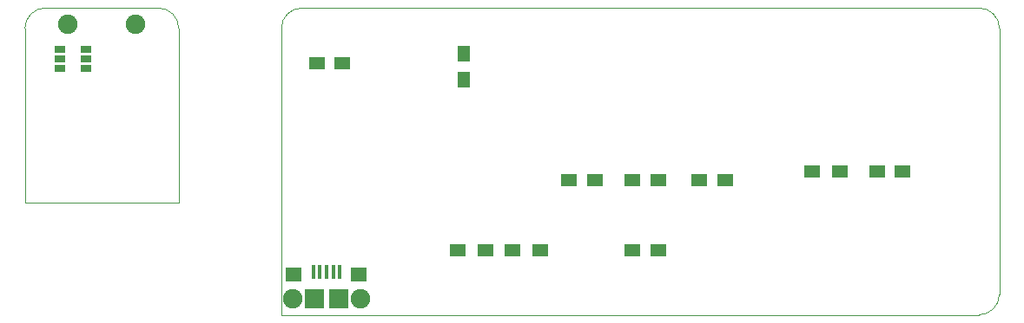
<source format=gbp>
G04 #@! TF.FileFunction,Paste,Bot*
%FSLAX46Y46*%
G04 Gerber Fmt 4.6, Leading zero omitted, Abs format (unit mm)*
G04 Created by KiCad (PCBNEW (2014-12-01 BZR 5309)-product) date Thu Dec  4 13:20:49 2014*
%MOMM*%
G01*
G04 APERTURE LIST*
%ADD10C,0.100000*%
%ADD11R,1.500000X1.300000*%
%ADD12R,1.500000X1.250000*%
%ADD13R,1.250000X1.500000*%
%ADD14R,0.406400X1.371600*%
%ADD15R,1.600200X1.422400*%
%ADD16R,1.905000X1.905000*%
%ADD17C,1.905000*%
%ADD18R,1.000760X0.701040*%
G04 APERTURE END LIST*
D10*
X120000000Y-60000000D02*
X120000000Y-34000000D01*
X120000000Y-34000000D02*
G75*
G03X118000000Y-32000000I-2000000J0D01*
G01*
X118000000Y-62000000D02*
G75*
G03X120000000Y-60000000I0J2000000D01*
G01*
X52000000Y-32000000D02*
G75*
G03X50000000Y-34000000I0J-2000000D01*
G01*
X50000000Y-62000000D02*
X50000000Y-34000000D01*
X118000000Y-62000000D02*
X50000000Y-62000000D01*
X52000000Y-32000000D02*
X118000000Y-32000000D01*
X25000000Y-34000000D02*
X25000000Y-51000000D01*
X40000000Y-51000000D02*
X40000000Y-48000000D01*
X25000000Y-51000000D02*
X40000000Y-51000000D01*
X40000000Y-48000000D02*
X40000000Y-46000000D01*
X40000000Y-46000000D02*
X40000000Y-34000000D01*
X38000000Y-32000000D02*
X27000000Y-32000000D01*
X40000000Y-34000000D02*
G75*
G03X38000000Y-32000000I-2000000J0D01*
G01*
X27000000Y-32000000D02*
G75*
G03X25000000Y-34000000I0J-2000000D01*
G01*
D11*
X75250000Y-55700000D03*
X72550000Y-55700000D03*
X67210000Y-55700000D03*
X69910000Y-55700000D03*
X101750000Y-48000000D03*
X104450000Y-48000000D03*
D12*
X80550000Y-48800000D03*
X78050000Y-48800000D03*
X84250000Y-48800000D03*
X86750000Y-48800000D03*
X108050000Y-48000000D03*
X110550000Y-48000000D03*
X90750000Y-48800000D03*
X93250000Y-48800000D03*
D13*
X67750000Y-39000000D03*
X67750000Y-36500000D03*
D12*
X53460000Y-37420000D03*
X55960000Y-37420000D03*
X84250000Y-55700000D03*
X86750000Y-55700000D03*
D14*
X54400000Y-57800000D03*
X53749760Y-57800000D03*
X53099520Y-57800000D03*
X55050240Y-57800000D03*
X55700480Y-57800000D03*
D15*
X57575000Y-58054000D03*
X51225000Y-58054000D03*
D16*
X55606500Y-60467000D03*
X53193500Y-60467000D03*
D17*
X57702000Y-60467000D03*
X51098000Y-60467000D03*
X35802000Y-33583000D03*
X29198000Y-33583000D03*
D18*
X28430000Y-36047500D03*
X28430000Y-37000000D03*
X28430000Y-37952500D03*
X30970000Y-37952500D03*
X30970000Y-37000000D03*
X30970000Y-36047500D03*
M02*

</source>
